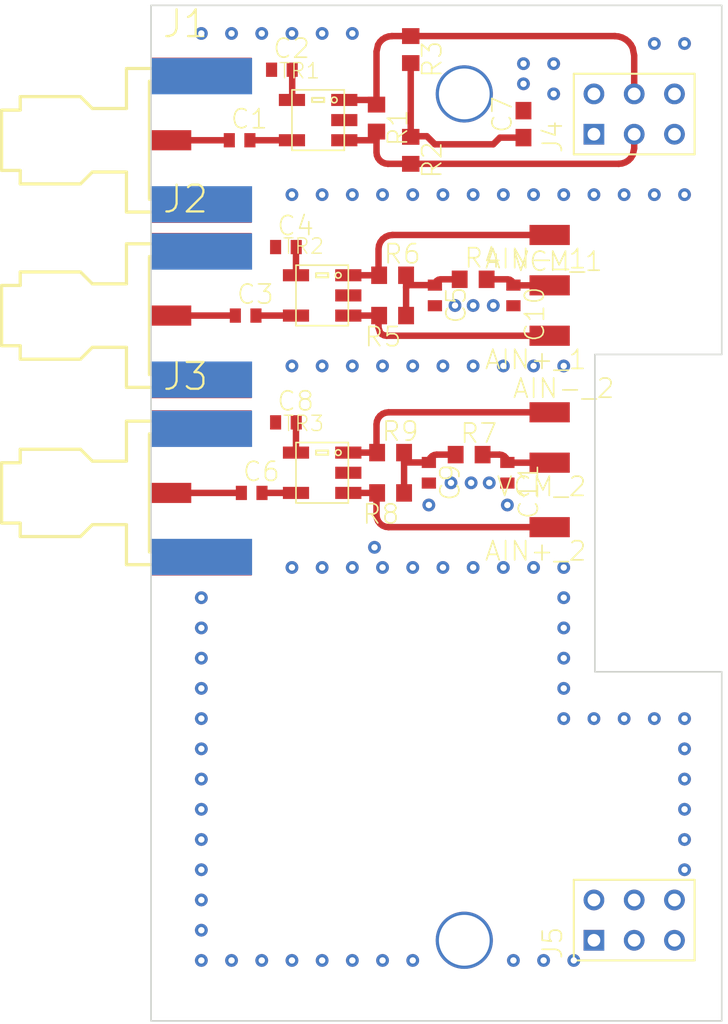
<source format=kicad_pcb>
(kicad_pcb (version 20240108) (generator "pcbnew") (generator_version "8.0")
  (layers (0 "F.Cu" signal "Top") (31 "B.Cu" signal "Bottom") (34 "B.Paste" user) (35 "F.Paste" user) (36 "B.SilkS" user "B.Silkscreen") (37 "F.SilkS" user "F.Silkscreen") (38 "B.Mask" user) (39 "F.Mask" user) (44 "Edge.Cuts" user))
  (net 0 "")
  (net 1 "GND")
  (net 2 "Net-(C1-Pad2)")
  (net 3 "Net-(C1-Pad1)")
  (net 4 "Net-(C2-Pad2)")
  (net 5 "Net-(J4-PadP$3)")
  (net 6 "Net-(J4-PadP$4)")
  (net 7 "Net-(C7-Pad1)")
  (net 8 "Net-(C3-Pad2)")
  (net 9 "Net-(C3-Pad1)")
  (net 10 "Net-(C4-Pad2)")
  (net 11 "Net-(C10-Pad1)")
  (net 12 "Net-(C5-Pad1)")
  (net 13 "Net-(AIN+_1-Pad1)")
  (net 14 "Net-(AIN-_1-Pad1)")
  (net 15 "Net-(C6-Pad2)")
  (net 16 "Net-(C6-Pad1)")
  (net 17 "Net-(C8-Pad2)")
  (net 18 "Net-(C11-Pad1)")
  (net 19 "Net-(C9-Pad1)")
  (net 20 "Net-(AIN+_2-Pad1)")
  (net 21 "Net-(AIN-_2-Pad1)")
  (net 22 "Net-(J4-PadP$6)")
  (net 23 "Net-(J4-PadP$5)")
  (net 24 "Net-(J5-PadP$6)")
  (net 25 "Net-(J5-PadP$5)")
  (net 26 "Net-(J5-PadP$4)")
  (net 27 "Net-(J5-PadP$3)")
  (footprint "extension_clk_adc:C0402" (layer "F.Cu") (at 136.0891 81.5046)
    (property "Reference" "C1" (at -0.635 -0.635 0) (layer "F.SilkS") (effects (font (size 1.2065 1.2065) (thickness 0.1016)) (justify left bottom)))
    (property "Value" "100nF")
    (pad "1" smd rect (at -0.65 0) (size 0.7 0.9) (layers "F.Cu" "F.Paste" "F.Mask") (net 3 "Net-(C1-Pad1)"))
    (pad "2" smd rect (at 0.65 0) (size 0.7 0.9) (layers "F.Cu" "F.Paste" "F.Mask") (net 2 "Net-(C1-Pad2)"))
  )
  (footprint "extension_clk_adc:C0402" (layer "F.Cu") (at 153.3611 91.2836 -90)
    (property "Reference" "C10" (at -0.635 -0.635 -90) (layer "F.SilkS") (effects (font (size 1.2065 1.2065) (thickness 0.1016)) (justify right top)))
    (property "Value" "100nF")
    (pad "1" smd rect (at -0.65 0 270) (size 0.7 0.9) (layers "F.Cu" "F.Paste" "F.Mask") (net 11 "Net-(C10-Pad1)"))
    (pad "2" smd rect (at 0.65 0 270) (size 0.7 0.9) (layers "F.Cu" "F.Paste" "F.Mask") (net 1 "GND"))
  )
  (footprint "extension_clk_adc:C0402" (layer "F.Cu") (at 152.9801 102.4596 -90)
    (property "Reference" "C11" (at -0.635 -0.635 -90) (layer "F.SilkS") (effects (font (size 1.2065 1.2065) (thickness 0.1016)) (justify right top)))
    (property "Value" "100nF")
    (pad "1" smd rect (at -0.65 0 270) (size 0.7 0.9) (layers "F.Cu" "F.Paste" "F.Mask") (net 18 "Net-(C11-Pad1)"))
    (pad "2" smd rect (at 0.65 0 270) (size 0.7 0.9) (layers "F.Cu" "F.Paste" "F.Mask") (net 1 "GND"))
  )
  (footprint "extension_clk_adc:C0402" (layer "F.Cu") (at 138.7561 77.0596)
    (property "Reference" "C2" (at -0.635 -0.635 0) (layer "F.SilkS") (effects (font (size 1.2065 1.2065) (thickness 0.1016)) (justify left bottom)))
    (property "Value" "100nF")
    (pad "1" smd rect (at -0.65 0) (size 0.7 0.9) (layers "F.Cu" "F.Paste" "F.Mask") (net 1 "GND"))
    (pad "2" smd rect (at 0.65 0) (size 0.7 0.9) (layers "F.Cu" "F.Paste" "F.Mask") (net 4 "Net-(C2-Pad2)"))
  )
  (footprint "extension_clk_adc:C0402" (layer "F.Cu") (at 136.4701 92.5536)
    (property "Reference" "C3" (at -0.635 -0.635 0) (layer "F.SilkS") (effects (font (size 1.2065 1.2065) (thickness 0.1016)) (justify left bottom)))
    (property "Value" "100nF")
    (pad "1" smd rect (at -0.65 0) (size 0.7 0.9) (layers "F.Cu" "F.Paste" "F.Mask") (net 9 "Net-(C3-Pad1)"))
    (pad "2" smd rect (at 0.65 0) (size 0.7 0.9) (layers "F.Cu" "F.Paste" "F.Mask") (net 8 "Net-(C3-Pad2)"))
  )
  (footprint "extension_clk_adc:C0402" (layer "F.Cu") (at 139.0101 88.2356)
    (property "Reference" "C4" (at -0.635 -0.635 0) (layer "F.SilkS") (effects (font (size 1.2065 1.2065) (thickness 0.1016)) (justify left bottom)))
    (property "Value" "100nF")
    (pad "1" smd rect (at -0.65 0) (size 0.7 0.9) (layers "F.Cu" "F.Paste" "F.Mask") (net 1 "GND"))
    (pad "2" smd rect (at 0.65 0) (size 0.7 0.9) (layers "F.Cu" "F.Paste" "F.Mask") (net 10 "Net-(C4-Pad2)"))
  )
  (footprint "extension_clk_adc:C0402" (layer "F.Cu") (at 148.4081 91.2836 -90)
    (property "Reference" "C5" (at -0.635 -0.635 -90) (layer "F.SilkS") (effects (font (size 1.2065 1.2065) (thickness 0.1016)) (justify right top)))
    (property "Value" "100nF")
    (pad "1" smd rect (at -0.65 0 270) (size 0.7 0.9) (layers "F.Cu" "F.Paste" "F.Mask") (net 12 "Net-(C5-Pad1)"))
    (pad "2" smd rect (at 0.65 0 270) (size 0.7 0.9) (layers "F.Cu" "F.Paste" "F.Mask") (net 1 "GND"))
  )
  (footprint "extension_clk_adc:C0402" (layer "F.Cu") (at 136.8511 103.7296)
    (property "Reference" "C6" (at -0.635 -0.635 0) (layer "F.SilkS") (effects (font (size 1.2065 1.2065) (thickness 0.1016)) (justify left bottom)))
    (property "Value" "100nF")
    (pad "1" smd rect (at -0.65 0) (size 0.7 0.9) (layers "F.Cu" "F.Paste" "F.Mask") (net 16 "Net-(C6-Pad1)"))
    (pad "2" smd rect (at 0.65 0) (size 0.7 0.9) (layers "F.Cu" "F.Paste" "F.Mask") (net 15 "Net-(C6-Pad2)"))
  )
  (footprint "extension_clk_adc:C0603" (layer "F.Cu") (at 153.9961 80.4886 90)
    (property "Reference" "C7" (at -0.635 -0.635 90) (layer "F.SilkS") (effects (font (size 1.2065 1.2065) (thickness 0.1016)) (justify left bottom)))
    (property "Value" "100nF")
    (pad "1" smd rect (at -0.85 0 90) (size 1.1 1) (layers "F.Cu" "F.Paste" "F.Mask") (net 7 "Net-(C7-Pad1)"))
    (pad "2" smd rect (at 0.85 0 90) (size 1.1 1) (layers "F.Cu" "F.Paste" "F.Mask") (net 1 "GND"))
  )
  (footprint "extension_clk_adc:C0402" (layer "F.Cu") (at 139.0101 99.2846)
    (property "Reference" "C8" (at -0.635 -0.635 0) (layer "F.SilkS") (effects (font (size 1.2065 1.2065) (thickness 0.1016)) (justify left bottom)))
    (property "Value" "100nF")
    (pad "1" smd rect (at -0.65 0) (size 0.7 0.9) (layers "F.Cu" "F.Paste" "F.Mask") (net 1 "GND"))
    (pad "2" smd rect (at 0.65 0) (size 0.7 0.9) (layers "F.Cu" "F.Paste" "F.Mask") (net 17 "Net-(C8-Pad2)"))
  )
  (footprint "extension_clk_adc:C0402" (layer "F.Cu") (at 148.0271 102.4596 -90)
    (property "Reference" "C9" (at -0.635 -0.635 -90) (layer "F.SilkS") (effects (font (size 1.2065 1.2065) (thickness 0.1016)) (justify right top)))
    (property "Value" "100nF")
    (pad "1" smd rect (at -0.65 0 270) (size 0.7 0.9) (layers "F.Cu" "F.Paste" "F.Mask") (net 19 "Net-(C9-Pad1)"))
    (pad "2" smd rect (at 0.65 0 270) (size 0.7 0.9) (layers "F.Cu" "F.Paste" "F.Mask") (net 1 "GND"))
  )
  (footprint "extension_clk_adc:SMA_BORD" (layer "F.Cu") (at 130.5011 81.5046)
    (property "Reference" "J1" (at 0.635 -6.35 0) (layer "F.SilkS") (effects (font (size 1.6891 1.6891) (thickness 0.14224)) (justify left bottom)))
    (property "Value" "SMA_BORD")
    (fp_line (start -9.425 -1.9) (end -8.25 -1.9) (stroke (width 0.2032)) (layer "F.SilkS"))
    (fp_line (start -9.425 1.9) (end -9.425 -1.9) (stroke (width 0.2032)) (layer "F.SilkS"))
    (fp_line (start -8.25 -2.75) (end -4.45 -2.75) (stroke (width 0.2032)) (layer "F.SilkS"))
    (fp_line (start -8.25 -1.9) (end -8.25 -2.75) (stroke (width 0.2032)) (layer "F.SilkS"))
    (fp_line (start -8.25 1.9) (end -9.425 1.9) (stroke (width 0.2032)) (layer "F.SilkS"))
    (fp_line (start -8.25 2.75) (end -8.25 1.9) (stroke (width 0.2032)) (layer "F.SilkS"))
    (fp_line (start -4.45 -2.75) (end -3.7 -2) (stroke (width 0.2032)) (layer "F.SilkS"))
    (fp_line (start -4.45 2.75) (end -8.25 2.75) (stroke (width 0.2032)) (layer "F.SilkS"))
    (fp_line (start -3.7 -2) (end -1.55 -2) (stroke (width 0.2032)) (layer "F.SilkS"))
    (fp_line (start -3.7 2) (end -4.45 2.75) (stroke (width 0.2032)) (layer "F.SilkS"))
    (fp_line (start -1.55 -4.523) (end -0.1 -4.523) (stroke (width 0.2032)) (layer "F.SilkS"))
    (fp_line (start -1.55 -2) (end -1.55 -4.523) (stroke (width 0.2032)) (layer "F.SilkS"))
    (fp_line (start -1.55 2) (end -3.7 2) (stroke (width 0.2032)) (layer "F.SilkS"))
    (fp_line (start -1.55 4.523) (end -1.55 2) (stroke (width 0.2032)) (layer "F.SilkS"))
    (fp_line (start -0.1 3.723) (end -0.1 -3.723) (stroke (width 0.2032)) (layer "F.SilkS"))
    (fp_line (start -0.1 4.523) (end -1.55 4.523) (stroke (width 0.2032)) (layer "F.SilkS"))
    (fp_line (start 0 -5.588) (end 0 5.588) (stroke (width 0.05)) (layer "Edge.Cuts"))
    (pad "1" smd rect (at 1.27 0) (size 2.54 1.27) (layers "F.Cu" "F.Paste" "F.Mask") (net 3 "Net-(C1-Pad1)"))
    (pad "G@1" smd rect (at 3.175 -4.064) (size 6.35 2.286) (layers "F.Cu" "F.Paste" "F.Mask") (net 1 "GND"))
    (pad "G@2" smd rect (at 3.175 4.064) (size 6.35 2.286) (layers "F.Cu" "F.Paste" "F.Mask") (net 1 "GND"))
    (pad "G@3" smd rect (at 3.2004 -4.0386) (size 6.35 2.286) (layers "B.Cu" "B.Paste" "B.Mask") (net 1 "GND"))
    (pad "G@4" smd rect (at 3.2004 4.0386) (size 6.35 2.286) (layers "B.Cu" "B.Paste" "B.Mask") (net 1 "GND"))
  )
  (footprint "extension_clk_adc:SMA_BORD" (layer "F.Cu") (at 130.5011 92.5536)
    (property "Reference" "J2" (at 0.635 -6.35 0) (layer "F.SilkS") (effects (font (size 1.6891 1.6891) (thickness 0.14224)) (justify left bottom)))
    (property "Value" "SMA_BORD")
    (fp_line (start -9.425 -1.9) (end -8.25 -1.9) (stroke (width 0.2032)) (layer "F.SilkS"))
    (fp_line (start -9.425 1.9) (end -9.425 -1.9) (stroke (width 0.2032)) (layer "F.SilkS"))
    (fp_line (start -8.25 -2.75) (end -4.45 -2.75) (stroke (width 0.2032)) (layer "F.SilkS"))
    (fp_line (start -8.25 -1.9) (end -8.25 -2.75) (stroke (width 0.2032)) (layer "F.SilkS"))
    (fp_line (start -8.25 1.9) (end -9.425 1.9) (stroke (width 0.2032)) (layer "F.SilkS"))
    (fp_line (start -8.25 2.75) (end -8.25 1.9) (stroke (width 0.2032)) (layer "F.SilkS"))
    (fp_line (start -4.45 -2.75) (end -3.7 -2) (stroke (width 0.2032)) (layer "F.SilkS"))
    (fp_line (start -4.45 2.75) (end -8.25 2.75) (stroke (width 0.2032)) (layer "F.SilkS"))
    (fp_line (start -3.7 -2) (end -1.55 -2) (stroke (width 0.2032)) (layer "F.SilkS"))
    (fp_line (start -3.7 2) (end -4.45 2.75) (stroke (width 0.2032)) (layer "F.SilkS"))
    (fp_line (start -1.55 -4.523) (end -0.1 -4.523) (stroke (width 0.2032)) (layer "F.SilkS"))
    (fp_line (start -1.55 -2) (end -1.55 -4.523) (stroke (width 0.2032)) (layer "F.SilkS"))
    (fp_line (start -1.55 2) (end -3.7 2) (stroke (width 0.2032)) (layer "F.SilkS"))
    (fp_line (start -1.55 4.523) (end -1.55 2) (stroke (width 0.2032)) (layer "F.SilkS"))
    (fp_line (start -0.1 3.723) (end -0.1 -3.723) (stroke (width 0.2032)) (layer "F.SilkS"))
    (fp_line (start -0.1 4.523) (end -1.55 4.523) (stroke (width 0.2032)) (layer "F.SilkS"))
    (fp_line (start 0 -5.588) (end 0 5.588) (stroke (width 0.05)) (layer "Edge.Cuts"))
    (pad "1" smd rect (at 1.27 0) (size 2.54 1.27) (layers "F.Cu" "F.Paste" "F.Mask") (net 9 "Net-(C3-Pad1)"))
    (pad "G@1" smd rect (at 3.175 -4.064) (size 6.35 2.286) (layers "F.Cu" "F.Paste" "F.Mask") (net 1 "GND"))
    (pad "G@2" smd rect (at 3.175 4.064) (size 6.35 2.286) (layers "F.Cu" "F.Paste" "F.Mask") (net 1 "GND"))
    (pad "G@3" smd rect (at 3.2004 -4.0386) (size 6.35 2.286) (layers "B.Cu" "B.Paste" "B.Mask") (net 1 "GND"))
    (pad "G@4" smd rect (at 3.2004 4.0386) (size 6.35 2.286) (layers "B.Cu" "B.Paste" "B.Mask") (net 1 "GND"))
  )
  (footprint "extension_clk_adc:SMA_BORD" (layer "F.Cu") (at 130.5011 103.7296)
    (property "Reference" "J3" (at 0.635 -6.35 0) (layer "F.SilkS") (effects (font (size 1.6891 1.6891) (thickness 0.14224)) (justify left bottom)))
    (property "Value" "SMA_BORD")
    (fp_line (start -9.425 -1.9) (end -8.25 -1.9) (stroke (width 0.2032)) (layer "F.SilkS"))
    (fp_line (start -9.425 1.9) (end -9.425 -1.9) (stroke (width 0.2032)) (layer "F.SilkS"))
    (fp_line (start -8.25 -2.75) (end -4.45 -2.75) (stroke (width 0.2032)) (layer "F.SilkS"))
    (fp_line (start -8.25 -1.9) (end -8.25 -2.75) (stroke (width 0.2032)) (layer "F.SilkS"))
    (fp_line (start -8.25 1.9) (end -9.425 1.9) (stroke (width 0.2032)) (layer "F.SilkS"))
    (fp_line (start -8.25 2.75) (end -8.25 1.9) (stroke (width 0.2032)) (layer "F.SilkS"))
    (fp_line (start -4.45 -2.75) (end -3.7 -2) (stroke (width 0.2032)) (layer "F.SilkS"))
    (fp_line (start -4.45 2.75) (end -8.25 2.75) (stroke (width 0.2032)) (layer "F.SilkS"))
    (fp_line (start -3.7 -2) (end -1.55 -2) (stroke (width 0.2032)) (layer "F.SilkS"))
    (fp_line (start -3.7 2) (end -4.45 2.75) (stroke (width 0.2032)) (layer "F.SilkS"))
    (fp_line (start -1.55 -4.523) (end -0.1 -4.523) (stroke (width 0.2032)) (layer "F.SilkS"))
    (fp_line (start -1.55 -2) (end -1.55 -4.523) (stroke (width 0.2032)) (layer "F.SilkS"))
    (fp_line (start -1.55 2) (end -3.7 2) (stroke (width 0.2032)) (layer "F.SilkS"))
    (fp_line (start -1.55 4.523) (end -1.55 2) (stroke (width 0.2032)) (layer "F.SilkS"))
    (fp_line (start -0.1 3.723) (end -0.1 -3.723) (stroke (width 0.2032)) (layer "F.SilkS"))
    (fp_line (start -0.1 4.523) (end -1.55 4.523) (stroke (width 0.2032)) (layer "F.SilkS"))
    (fp_line (start 0 -5.588) (end 0 5.588) (stroke (width 0.05)) (layer "Edge.Cuts"))
    (pad "1" smd rect (at 1.27 0) (size 2.54 1.27) (layers "F.Cu" "F.Paste" "F.Mask") (net 16 "Net-(C6-Pad1)"))
    (pad "G@1" smd rect (at 3.175 -4.064) (size 6.35 2.286) (layers "F.Cu" "F.Paste" "F.Mask") (net 1 "GND"))
    (pad "G@2" smd rect (at 3.175 4.064) (size 6.35 2.286) (layers "F.Cu" "F.Paste" "F.Mask") (net 1 "GND"))
    (pad "G@3" smd rect (at 3.2004 -4.0386) (size 6.35 2.286) (layers "B.Cu" "B.Paste" "B.Mask") (net 1 "GND"))
    (pad "G@4" smd rect (at 3.2004 4.0386) (size 6.35 2.286) (layers "B.Cu" "B.Paste" "B.Mask") (net 1 "GND"))
  )
  (footprint "extension_clk_adc:DBL6" (layer "F.Cu") (at 160.9811 79.8536 90)
    (property "Reference" "J4" (at -2.54 -4.445 90) (layer "F.SilkS") (effects (font (size 1.2065 1.2065) (thickness 0.1016)) (justify left bottom)))
    (property "Value" "DBL_6" (hide yes))
    (fp_line (start 2.54 -3.81) (end 2.54 3.81) (stroke (width 0.127)) (layer "F.SilkS"))
    (fp_line (start -2.54 -3.81) (end 2.54 -3.81) (stroke (width 0.127)) (layer "F.SilkS"))
    (fp_line (start 2.54 3.81) (end -2.54 3.81) (stroke (width 0.127)) (layer "F.SilkS"))
    (fp_line (start -2.54 3.81) (end -2.54 -3.81) (stroke (width 0.127)) (layer "F.SilkS"))
    (pad "P$1" thru_hole rect (at -1.27 -2.54 90) (size 1.308 1.308) (drill 0.8) (layers "*.Cu" "*.Mask") (net 1 "GND"))
    (pad "P$2" thru_hole circle (at 1.27 -2.54 90) (size 1.308 1.308) (drill 0.8) (layers "*.Cu" "*.Mask") (net 1 "GND"))
    (pad "P$3" thru_hole circle (at -1.27 0 90) (size 1.308 1.308) (drill 0.8) (layers "*.Cu" "*.Mask") (net 5 "Net-(J4-PadP$3)"))
    (pad "P$4" thru_hole circle (at 1.27 0 90) (size 1.308 1.308) (drill 0.8) (layers "*.Cu" "*.Mask") (net 6 "Net-(J4-PadP$4)"))
    (pad "P$5" thru_hole circle (at -1.27 2.54 90) (size 1.308 1.308) (drill 0.8) (layers "*.Cu" "*.Mask") (net 23 "Net-(J4-PadP$5)"))
    (pad "P$6" thru_hole circle (at 1.27 2.54 90) (size 1.308 1.308) (drill 0.8) (layers "*.Cu" "*.Mask") (net 22 "Net-(J4-PadP$6)"))
  )
  (footprint "extension_clk_adc:DBL6" (layer "F.Cu") (at 160.9811 130.6536 90)
    (property "Reference" "J5" (at -2.54 -4.445 90) (layer "F.SilkS") (effects (font (size 1.2065 1.2065) (thickness 0.1016)) (justify left bottom)))
    (property "Value" "DBL_6" (hide yes))
    (fp_line (start 2.54 -3.81) (end 2.54 3.81) (stroke (width 0.127)) (layer "F.SilkS"))
    (fp_line (start -2.54 -3.81) (end 2.54 -3.81) (stroke (width 0.127)) (layer "F.SilkS"))
    (fp_line (start 2.54 3.81) (end -2.54 3.81) (stroke (width 0.127)) (layer "F.SilkS"))
    (fp_line (start -2.54 3.81) (end -2.54 -3.81) (stroke (width 0.127)) (layer "F.SilkS"))
    (pad "P$1" thru_hole rect (at -1.27 -2.54 90) (size 1.308 1.308) (drill 0.8) (layers "*.Cu" "*.Mask") (net 1 "GND"))
    (pad "P$2" thru_hole circle (at 1.27 -2.54 90) (size 1.308 1.308) (drill 0.8) (layers "*.Cu" "*.Mask") (net 1 "GND"))
    (pad "P$3" thru_hole circle (at -1.27 0 90) (size 1.308 1.308) (drill 0.8) (layers "*.Cu" "*.Mask") (net 27 "Net-(J5-PadP$3)"))
    (pad "P$4" thru_hole circle (at 1.27 0 90) (size 1.308 1.308) (drill 0.8) (layers "*.Cu" "*.Mask") (net 26 "Net-(J5-PadP$4)"))
    (pad "P$5" thru_hole circle (at -1.27 2.54 90) (size 1.308 1.308) (drill 0.8) (layers "*.Cu" "*.Mask") (net 25 "Net-(J5-PadP$5)"))
    (pad "P$6" thru_hole circle (at 1.27 2.54 90) (size 1.308 1.308) (drill 0.8) (layers "*.Cu" "*.Mask") (net 24 "Net-(J5-PadP$6)"))
  )
  (footprint "extension_clk_adc:R0603" (layer "F.Cu") (at 144.7251 80.1076 -90)
    (property "Reference" "R1" (at -0.635 -0.635 -90) (layer "F.SilkS") (effects (font (size 1.2065 1.2065) (thickness 0.1016)) (justify right top)))
    (property "Value" "100")
    (pad "1" smd rect (at -0.85 0 270) (size 1 1.1) (layers "F.Cu" "F.Paste" "F.Mask") (net 6 "Net-(J4-PadP$4)"))
    (pad "2" smd rect (at 0.85 0 270) (size 1 1.1) (layers "F.Cu" "F.Paste" "F.Mask") (net 5 "Net-(J4-PadP$3)"))
  )
  (footprint "extension_clk_adc:R0603" (layer "F.Cu") (at 146.8841 82.1396 -90)
    (property "Reference" "R2" (at -0.635 -0.635 -90) (layer "F.SilkS") (effects (font (size 1.2065 1.2065) (thickness 0.1016)) (justify right top)))
    (property "Value" "50")
    (pad "1" smd rect (at -0.85 0 270) (size 1 1.1) (layers "F.Cu" "F.Paste" "F.Mask") (net 7 "Net-(C7-Pad1)"))
    (pad "2" smd rect (at 0.85 0 270) (size 1 1.1) (layers "F.Cu" "F.Paste" "F.Mask") (net 5 "Net-(J4-PadP$3)"))
  )
  (footprint "extension_clk_adc:R0603" (layer "F.Cu") (at 146.8841 75.7896 -90)
    (property "Reference" "R3" (at -0.635 -0.635 -90) (layer "F.SilkS") (effects (font (size 1.2065 1.2065) (thickness 0.1016)) (justify right top)))
    (property "Value" "50")
    (pad "1" smd rect (at -0.85 0 270) (size 1 1.1) (layers "F.Cu" "F.Paste" "F.Mask") (net 6 "Net-(J4-PadP$4)"))
    (pad "2" smd rect (at 0.85 0 270) (size 1 1.1) (layers "F.Cu" "F.Paste" "F.Mask") (net 7 "Net-(C7-Pad1)"))
  )
  (footprint "extension_clk_adc:R0603" (layer "F.Cu") (at 150.8211 90.2676)
    (property "Reference" "R4" (at -0.635 -0.635 0) (layer "F.SilkS") (effects (font (size 1.2065 1.2065) (thickness 0.1016)) (justify left bottom)))
    (property "Value" "R-US_R0603")
    (pad "1" smd rect (at -0.85 0) (size 1 1.1) (layers "F.Cu" "F.Paste" "F.Mask") (net 12 "Net-(C5-Pad1)"))
    (pad "2" smd rect (at 0.85 0) (size 1 1.1) (layers "F.Cu" "F.Paste" "F.Mask") (net 11 "Net-(C10-Pad1)"))
  )
  (footprint "extension_clk_adc:R0603" (layer "F.Cu") (at 145.7411 92.5536 180)
    (property "Reference" "R5" (at -0.635 -0.635 180) (layer "F.SilkS") (effects (font (size 1.2065 1.2065) (thickness 0.1016)) (justify right top)))
    (property "Value" "25")
    (pad "1" smd rect (at -0.85 0 180) (size 1 1.1) (layers "F.Cu" "F.Paste" "F.Mask") (net 12 "Net-(C5-Pad1)"))
    (pad "2" smd rect (at 0.85 0 180) (size 1 1.1) (layers "F.Cu" "F.Paste" "F.Mask") (net 13 "Net-(AIN+_1-Pad1)"))
  )
  (footprint "extension_clk_adc:R0603" (layer "F.Cu") (at 145.7411 90.0136)
    (property "Reference" "R6" (at -0.635 -0.635 0) (layer "F.SilkS") (effects (font (size 1.2065 1.2065) (thickness 0.1016)) (justify left bottom)))
    (property "Value" "25")
    (pad "1" smd rect (at -0.85 0) (size 1 1.1) (layers "F.Cu" "F.Paste" "F.Mask") (net 14 "Net-(AIN-_1-Pad1)"))
    (pad "2" smd rect (at 0.85 0) (size 1 1.1) (layers "F.Cu" "F.Paste" "F.Mask") (net 12 "Net-(C5-Pad1)"))
  )
  (footprint "extension_clk_adc:R0603" (layer "F.Cu") (at 150.5671 101.3166)
    (property "Reference" "R7" (at -0.635 -0.635 0) (layer "F.SilkS") (effects (font (size 1.2065 1.2065) (thickness 0.1016)) (justify left bottom)))
    (property "Value" "R-US_R0603")
    (pad "1" smd rect (at -0.85 0) (size 1 1.1) (layers "F.Cu" "F.Paste" "F.Mask") (net 19 "Net-(C9-Pad1)"))
    (pad "2" smd rect (at 0.85 0) (size 1 1.1) (layers "F.Cu" "F.Paste" "F.Mask") (net 18 "Net-(C11-Pad1)"))
  )
  (footprint "extension_clk_adc:R0603" (layer "F.Cu") (at 145.6141 103.7296 180)
    (property "Reference" "R8" (at -0.635 -0.635 180) (layer "F.SilkS") (effects (font (size 1.2065 1.2065) (thickness 0.1016)) (justify right top)))
    (property "Value" "25")
    (pad "1" smd rect (at -0.85 0 180) (size 1 1.1) (layers "F.Cu" "F.Paste" "F.Mask") (net 19 "Net-(C9-Pad1)"))
    (pad "2" smd rect (at 0.85 0 180) (size 1 1.1) (layers "F.Cu" "F.Paste" "F.Mask") (net 20 "Net-(AIN+_2-Pad1)"))
  )
  (footprint "extension_clk_adc:R0603" (layer "F.Cu") (at 145.6141 101.1896)
    (property "Reference" "R9" (at -0.635 -0.635 0) (layer "F.SilkS") (effects (font (size 1.2065 1.2065) (thickness 0.1016)) (justify left bottom)))
    (property "Value" "25")
    (pad "1" smd rect (at -0.85 0) (size 1 1.1) (layers "F.Cu" "F.Paste" "F.Mask") (net 21 "Net-(AIN-_2-Pad1)"))
    (pad "2" smd rect (at 0.85 0) (size 1 1.1) (layers "F.Cu" "F.Paste" "F.Mask") (net 19 "Net-(C9-Pad1)"))
  )
  (footprint "extension_clk_adc:AT224-1A" (layer "F.Cu") (at 141.0421 80.2346 -90)
    (property "Reference" "TR1" (at -2.54 2.54 0) (layer "F.SilkS") (effects (font (size 0.9652 0.9652) (thickness 0.08128)) (justify left bottom)))
    (property "Value" "TC1-1-13M" (hide yes))
    (fp_line (start -1.905 1.651) (end -1.905 -1.651) (stroke (width 0.1016)) (layer "F.SilkS"))
    (fp_line (start 1.905 1.651) (end -1.905 1.651) (stroke (width 0.1016)) (layer "F.SilkS"))
    (fp_line (start -1.397 0.381) (end -1.143 0.381) (stroke (width 0.127)) (layer "F.SilkS"))
    (fp_line (start -1.143 0.381) (end -1.143 -0.381) (stroke (width 0.127)) (layer "F.SilkS"))
    (fp_line (start -1.397 -0.381) (end -1.397 0.381) (stroke (width 0.127)) (layer "F.SilkS"))
    (fp_line (start -1.143 -0.381) (end -1.397 -0.381) (stroke (width 0.127)) (layer "F.SilkS"))
    (fp_line (start -1.905 -1.651) (end 1.905 -1.651) (stroke (width 0.1016)) (layer "F.SilkS"))
    (fp_line (start 1.905 -1.651) (end 1.905 1.651) (stroke (width 0.1016)) (layer "F.SilkS"))
    (fp_circle (center -1.27 -1.016) (end -1.090397 -1.016) (stroke (width 0.1016)) (fill none) (layer "F.SilkS"))
    (pad "P$1" smd rect (at -1.27 -1.651) (size 1.651 0.762) (layers "F.Cu" "F.Paste" "F.Mask") (net 6 "Net-(J4-PadP$4)"))
    (pad "P$2" smd rect (at 0 -1.651) (size 1.651 0.762) (layers "F.Cu" "F.Paste" "F.Mask"))
    (pad "P$3" smd rect (at 1.27 -1.651) (size 1.651 0.762) (layers "F.Cu" "F.Paste" "F.Mask") (net 5 "Net-(J4-PadP$3)"))
    (pad "P$4" smd rect (at 1.27 1.651) (size 1.651 0.762) (layers "F.Cu" "F.Paste" "F.Mask") (net 2 "Net-(C1-Pad2)"))
    (pad "P$6" smd rect (at -1.27 1.651) (size 1.651 0.762) (layers "F.Cu" "F.Paste" "F.Mask") (net 4 "Net-(C2-Pad2)"))
  )
  (footprint "extension_clk_adc:AT224-1A" (layer "F.Cu") (at 141.2961 91.2836 -90)
    (property "Reference" "TR2" (at -2.54 2.54 0) (layer "F.SilkS") (effects (font (size 0.9652 0.9652) (thickness 0.08128)) (justify left bottom)))
    (property "Value" "TC1-1-13M" (hide yes))
    (fp_line (start -1.905 1.651) (end -1.905 -1.651) (stroke (width 0.1016)) (layer "F.SilkS"))
    (fp_line (start 1.905 1.651) (end -1.905 1.651) (stroke (width 0.1016)) (layer "F.SilkS"))
    (fp_line (start -1.397 0.381) (end -1.143 0.381) (stroke (width 0.127)) (layer "F.SilkS"))
    (fp_line (start -1.143 0.381) (end -1.143 -0.381) (stroke (width 0.127)) (layer "F.SilkS"))
    (fp_line (start -1.397 -0.381) (end -1.397 0.381) (stroke (width 0.127)) (layer "F.SilkS"))
    (fp_line (start -1.143 -0.381) (end -1.397 -0.381) (stroke (width 0.127)) (layer "F.SilkS"))
    (fp_line (start -1.905 -1.651) (end 1.905 -1.651) (stroke (width 0.1016)) (layer "F.SilkS"))
    (fp_line (start 1.905 -1.651) (end 1.905 1.651) (stroke (width 0.1016)) (layer "F.SilkS"))
    (fp_circle (center -1.27 -1.016) (end -1.090397 -1.016) (stroke (width 0.1016)) (fill none) (layer "F.SilkS"))
    (pad "P$1" smd rect (at -1.27 -1.651) (size 1.651 0.762) (layers "F.Cu" "F.Paste" "F.Mask") (net 14 "Net-(AIN-_1-Pad1)"))
    (pad "P$2" smd rect (at 0 -1.651) (size 1.651 0.762) (layers "F.Cu" "F.Paste" "F.Mask"))
    (pad "P$3" smd rect (at 1.27 -1.651) (size 1.651 0.762) (layers "F.Cu" "F.Paste" "F.Mask") (net 13 "Net-(AIN+_1-Pad1)"))
    (pad "P$4" smd rect (at 1.27 1.651) (size 1.651 0.762) (layers "F.Cu" "F.Paste" "F.Mask") (net 8 "Net-(C3-Pad2)"))
    (pad "P$6" smd rect (at -1.27 1.651) (size 1.651 0.762) (layers "F.Cu" "F.Paste" "F.Mask") (net 10 "Net-(C4-Pad2)"))
  )
  (footprint "extension_clk_adc:AT224-1A" (layer "F.Cu") (at 141.2961 102.4596 -90)
    (property "Reference" "TR3" (at -2.54 2.54 0) (layer "F.SilkS") (effects (font (size 0.9652 0.9652) (thickness 0.08128)) (justify left bottom)))
    (property "Value" "TC1-1-13M" (hide yes))
    (fp_line (start -1.905 1.651) (end -1.905 -1.651) (stroke (width 0.1016)) (layer "F.SilkS"))
    (fp_line (start 1.905 1.651) (end -1.905 1.651) (stroke (width 0.1016)) (layer "F.SilkS"))
    (fp_line (start -1.397 0.381) (end -1.143 0.381) (stroke (width 0.127)) (layer "F.SilkS"))
    (fp_line (start -1.143 0.381) (end -1.143 -0.381) (stroke (width 0.127)) (layer "F.SilkS"))
    (fp_line (start -1.397 -0.381) (end -1.397 0.381) (stroke (width 0.127)) (layer "F.SilkS"))
    (fp_line (start -1.143 -0.381) (end -1.397 -0.381) (stroke (width 0.127)) (layer "F.SilkS"))
    (fp_line (start -1.905 -1.651) (end 1.905 -1.651) (stroke (width 0.1016)) (layer "F.SilkS"))
    (fp_line (start 1.905 -1.651) (end 1.905 1.651) (stroke (width 0.1016)) (layer "F.SilkS"))
    (fp_circle (center -1.27 -1.016) (end -1.090397 -1.016) (stroke (width 0.1016)) (fill none) (layer "F.SilkS"))
    (pad "P$1" smd rect (at -1.27 -1.651) (size 1.651 0.762) (layers "F.Cu" "F.Paste" "F.Mask") (net 21 "Net-(AIN-_2-Pad1)"))
    (pad "P$2" smd rect (at 0 -1.651) (size 1.651 0.762) (layers "F.Cu" "F.Paste" "F.Mask"))
    (pad "P$3" smd rect (at 1.27 -1.651) (size 1.651 0.762) (layers "F.Cu" "F.Paste" "F.Mask") (net 20 "Net-(AIN+_2-Pad1)"))
    (pad "P$4" smd rect (at 1.27 1.651) (size 1.651 0.762) (layers "F.Cu" "F.Paste" "F.Mask") (net 15 "Net-(C6-Pad2)"))
    (pad "P$6" smd rect (at -1.27 1.651) (size 1.651 0.762) (layers "F.Cu" "F.Paste" "F.Mask") (net 17 "Net-(C8-Pad2)"))
  )
  (footprint "extension_clk_adc:SMD1,27-2,54" (layer "F.Cu") (at 155.6471 93.8236 90)
    (property "Reference" "AIN+_1" (at -0.8 2.4 180) (layer "F.SilkS") (effects (font (size 1.2065 1.2065) (thickness 0.1016)) (justify right top)))
    (property "Value" "SMD2")
    (pad "1" smd rect (at 0 0 90) (size 1.27 2.54) (layers "F.Cu" "F.Paste" "F.Mask") (net 13 "Net-(AIN+_1-Pad1)"))
  )
  (footprint "extension_clk_adc:SMD1,27-2,54" (layer "F.Cu") (at 155.6471 105.8886 90)
    (property "Reference" "AIN+_2" (at -0.8 2.4 180) (layer "F.SilkS") (effects (font (size 1.2065 1.2065) (thickness 0.1016)) (justify right top)))
    (property "Value" "SMD2")
    (pad "1" smd rect (at 0 0 90) (size 1.27 2.54) (layers "F.Cu" "F.Paste" "F.Mask") (net 20 "Net-(AIN+_2-Pad1)"))
  )
  (footprint "extension_clk_adc:SMD1,27-2,54" (layer "F.Cu") (at 155.6471 87.4736 90)
    (property "Reference" "AIN-_1" (at -0.8 2.4 180) (layer "F.SilkS") (effects (font (size 1.2065 1.2065) (thickness 0.1016)) (justify right top)))
    (property "Value" "SMD2")
    (pad "1" smd rect (at 0 0 90) (size 1.27 2.54) (layers "F.Cu" "F.Paste" "F.Mask") (net 14 "Net-(AIN-_1-Pad1)"))
  )
  (footprint "extension_clk_adc:SMD1,27-2,54" (layer "F.Cu") (at 155.6471 98.6496 -90)
    (property "Reference" "AIN-_2" (at -0.8 2.4 0) (layer "F.SilkS") (effects (font (size 1.2065 1.2065) (thickness 0.1016)) (justify left bottom)))
    (property "Value" "SMD2")
    (pad "1" smd rect (at 0 0 270) (size 1.27 2.54) (layers "F.Cu" "F.Paste" "F.Mask") (net 21 "Net-(AIN-_2-Pad1)"))
  )
  (footprint "extension_clk_adc:SMD1,27-2,54" (layer "F.Cu") (at 155.6471 90.6486 -90)
    (property "Reference" "VCM_1" (at -0.8 2.4 0) (layer "F.SilkS") (effects (font (size 1.2065 1.2065) (thickness 0.1016)) (justify left bottom)))
    (property "Value" "SMD2")
    (pad "1" smd rect (at 0 0 270) (size 1.27 2.54) (layers "F.Cu" "F.Paste" "F.Mask") (net 11 "Net-(C10-Pad1)"))
  )
  (footprint "extension_clk_adc:SMD1,27-2,54" (layer "F.Cu") (at 155.6471 101.8246 90)
    (property "Reference" "VCM_2" (at -0.8 2.4 180) (layer "F.SilkS") (effects (font (size 1.2065 1.2065) (thickness 0.1016)) (justify right top)))
    (property "Value" "SMD2")
    (pad "1" smd rect (at 0 0 90) (size 1.27 2.54) (layers "F.Cu" "F.Paste" "F.Mask") (net 18 "Net-(C11-Pad1)"))
  )
  (gr_line (start 130.5011 137.0036) (end 166.5011 137.0036) (stroke (width 0.1016)) (layer "Edge.Cuts"))
  (gr_line (start 166.5011 137.0036) (end 166.5011 115.0036) (stroke (width 0.1016)) (layer "Edge.Cuts"))
  (gr_line (start 166.5011 95.0036) (end 166.5011 73.0036) (stroke (width 0.1016)) (layer "Edge.Cuts"))
  (gr_line (start 166.5011 73.0036) (end 130.5011 73.0036) (stroke (width 0.1016)) (layer "Edge.Cuts"))
  (gr_line (start 130.5011 73.0036) (end 130.5011 137.0036) (stroke (width 0.1016)) (layer "Edge.Cuts"))
  (gr_line (start 166.5011 95.0036) (end 158.5011 95.0036) (stroke (width 0.1016)) (layer "Edge.Cuts"))
  (gr_line (start 166.5011 115.0036) (end 158.5011 115.0036) (stroke (width 0.1016)) (layer "Edge.Cuts"))
  (gr_line (start 158.5011 95.0036) (end 158.5011 115.0036) (stroke (width 0.1016)) (layer "Edge.Cuts"))
  (via (at 144.5981 107.1586) (size 0.8064) (drill 0.4) (layers "F.Cu" "B.Cu") (net 1))
  (via (at 152.9801 104.4916) (size 0.8064) (drill 0.4) (layers "F.Cu" "B.Cu") (net 1))
  (via (at 150.6941 103.0946) (size 0.8064) (drill 0.4) (layers "F.Cu" "B.Cu") (net 1))
  (via (at 151.8371 103.0946) (size 0.8064) (drill 0.4) (layers "F.Cu" "B.Cu") (net 1))
  (via (at 148.0271 104.4916) (size 0.8064) (drill 0.4) (layers "F.Cu" "B.Cu") (net 1))
  (via (at 149.4241 103.0946) (size 0.8064) (drill 0.4) (layers "F.Cu" "B.Cu") (net 1))
  (via (at 152.0911 91.9186) (size 0.8064) (drill 0.4) (layers "F.Cu" "B.Cu") (net 1))
  (via (at 149.6781 91.9186) (size 0.8064) (drill 0.4) (layers "F.Cu" "B.Cu") (net 1))
  (via (at 150.8211 91.9186) (size 0.8064) (drill 0.4) (layers "F.Cu" "B.Cu") (net 1))
  (via (at 164.1561 84.9336) (size 0.8064) (drill 0.4) (layers "F.Cu" "B.Cu") (net 1))
  (via (at 162.2511 84.9336) (size 0.8064) (drill 0.4) (layers "F.Cu" "B.Cu") (net 1))
  (via (at 160.3461 84.9336) (size 0.8064) (drill 0.4) (layers "F.Cu" "B.Cu") (net 1))
  (via (at 158.4411 84.9336) (size 0.8064) (drill 0.4) (layers "F.Cu" "B.Cu") (net 1))
  (via (at 156.5361 84.9336) (size 0.8064) (drill 0.4) (layers "F.Cu" "B.Cu") (net 1))
  (via (at 154.6311 84.9336) (size 0.8064) (drill 0.4) (layers "F.Cu" "B.Cu") (net 1))
  (via (at 152.7261 84.9336) (size 0.8064) (drill 0.4) (layers "F.Cu" "B.Cu") (net 1))
  (via (at 150.8211 84.9336) (size 0.8064) (drill 0.4) (layers "F.Cu" "B.Cu") (net 1))
  (via (at 148.9161 84.9336) (size 0.8064) (drill 0.4) (layers "F.Cu" "B.Cu") (net 1))
  (via (at 147.0111 84.9336) (size 0.8064) (drill 0.4) (layers "F.Cu" "B.Cu") (net 1))
  (via (at 145.1061 84.9336) (size 0.8064) (drill 0.4) (layers "F.Cu" "B.Cu") (net 1))
  (via (at 143.2011 84.9336) (size 0.8064) (drill 0.4) (layers "F.Cu" "B.Cu") (net 1))
  (via (at 141.2961 84.9336) (size 0.8064) (drill 0.4) (layers "F.Cu" "B.Cu") (net 1))
  (via (at 139.3911 84.9336) (size 0.8064) (drill 0.4) (layers "F.Cu" "B.Cu") (net 1))
  (via (at 139.3911 95.7286) (size 0.8064) (drill 0.4) (layers "F.Cu" "B.Cu") (net 1))
  (via (at 141.2961 95.7286) (size 0.8064) (drill 0.4) (layers "F.Cu" "B.Cu") (net 1))
  (via (at 143.2011 95.7286) (size 0.8064) (drill 0.4) (layers "F.Cu" "B.Cu") (net 1))
  (via (at 145.1061 95.7286) (size 0.8064) (drill 0.4) (layers "F.Cu" "B.Cu") (net 1))
  (via (at 147.0111 95.7286) (size 0.8064) (drill 0.4) (layers "F.Cu" "B.Cu") (net 1))
  (via (at 148.9161 95.7286) (size 0.8064) (drill 0.4) (layers "F.Cu" "B.Cu") (net 1))
  (via (at 150.8211 95.7286) (size 0.8064) (drill 0.4) (layers "F.Cu" "B.Cu") (net 1))
  (via (at 152.7261 95.7286) (size 0.8064) (drill 0.4) (layers "F.Cu" "B.Cu") (net 1))
  (via (at 154.6311 95.7286) (size 0.8064) (drill 0.4) (layers "F.Cu" "B.Cu") (net 1))
  (via (at 156.5361 95.7286) (size 0.8064) (drill 0.4) (layers "F.Cu" "B.Cu") (net 1))
  (via (at 139.3911 108.4286) (size 0.8064) (drill 0.4) (layers "F.Cu" "B.Cu") (net 1))
  (via (at 141.2961 108.4286) (size 0.8064) (drill 0.4) (layers "F.Cu" "B.Cu") (net 1))
  (via (at 143.2011 108.4286) (size 0.8064) (drill 0.4) (layers "F.Cu" "B.Cu") (net 1))
  (via (at 145.1061 108.4286) (size 0.8064) (drill 0.4) (layers "F.Cu" "B.Cu") (net 1))
  (via (at 147.0111 108.4286) (size 0.8064) (drill 0.4) (layers "F.Cu" "B.Cu") (net 1))
  (via (at 148.9161 108.4286) (size 0.8064) (drill 0.4) (layers "F.Cu" "B.Cu") (net 1))
  (via (at 150.8211 108.4286) (size 0.8064) (drill 0.4) (layers "F.Cu" "B.Cu") (net 1))
  (via (at 152.7261 108.4286) (size 0.8064) (drill 0.4) (layers "F.Cu" "B.Cu") (net 1))
  (via (at 154.6311 108.4286) (size 0.8064) (drill 0.4) (layers "F.Cu" "B.Cu") (net 1))
  (via (at 156.5361 108.4286) (size 0.8064) (drill 0.4) (layers "F.Cu" "B.Cu") (net 1))
  (via (at 139.3911 74.7736) (size 0.8064) (drill 0.4) (layers "F.Cu" "B.Cu") (net 1))
  (via (at 141.2961 74.7736) (size 0.8064) (drill 0.4) (layers "F.Cu" "B.Cu") (net 1))
  (via (at 143.2011 74.7736) (size 0.8064) (drill 0.4) (layers "F.Cu" "B.Cu") (net 1))
  (via (at 153.9961 76.6786) (size 0.8064) (drill 0.4) (layers "F.Cu" "B.Cu") (net 1))
  (via (at 155.9011 76.6786) (size 0.8064) (drill 0.4) (layers "F.Cu" "B.Cu") (net 1))
  (via (at 155.9011 78.5836) (size 0.8064) (drill 0.4) (layers "F.Cu" "B.Cu") (net 1))
  (via (at 153.9961 77.9486) (size 0.8064) (drill 0.4) (layers "F.Cu" "B.Cu") (net 1))
  (via (at 162.2511 75.4086) (size 0.8064) (drill 0.4) (layers "F.Cu" "B.Cu") (net 1))
  (via (at 164.1561 75.4086) (size 0.8064) (drill 0.4) (layers "F.Cu" "B.Cu") (net 1))
  (via (at 150.2623 78.5836) (size 3.6064) (drill 3.2) (layers "F.Cu" "B.Cu") (net 1))
  (via (at 150.2623 131.9236) (size 3.6064) (drill 3.2) (layers "F.Cu" "B.Cu") (net 1))
  (via (at 137.4861 74.7736) (size 0.8064) (drill 0.4) (layers "F.Cu" "B.Cu") (net 1))
  (via (at 135.5811 74.7736) (size 0.8064) (drill 0.4) (layers "F.Cu" "B.Cu") (net 1))
  (via (at 133.6761 74.7736) (size 0.8064) (drill 0.4) (layers "F.Cu" "B.Cu") (net 1))
  (via (at 133.6761 110.3336) (size 0.8064) (drill 0.4) (layers "F.Cu" "B.Cu") (net 1))
  (via (at 133.6761 112.2386) (size 0.8064) (drill 0.4) (layers "F.Cu" "B.Cu") (net 1))
  (via (at 133.6761 114.1436) (size 0.8064) (drill 0.4) (layers "F.Cu" "B.Cu") (net 1))
  (via (at 133.6761 116.0486) (size 0.8064) (drill 0.4) (layers "F.Cu" "B.Cu") (net 1))
  (via (at 133.6761 117.9536) (size 0.8064) (drill 0.4) (layers "F.Cu" "B.Cu") (net 1))
  (via (at 133.6761 119.8586) (size 0.8064) (drill 0.4) (layers "F.Cu" "B.Cu") (net 1))
  (via (at 133.6761 121.7636) (size 0.8064) (drill 0.4) (layers "F.Cu" "B.Cu") (net 1))
  (via (at 133.6761 123.6686) (size 0.8064) (drill 0.4) (layers "F.Cu" "B.Cu") (net 1))
  (via (at 133.6761 125.5736) (size 0.8064) (drill 0.4) (layers "F.Cu" "B.Cu") (net 1))
  (via (at 133.6761 127.4786) (size 0.8064) (drill 0.4) (layers "F.Cu" "B.Cu") (net 1))
  (via (at 133.6761 129.3836) (size 0.8064) (drill 0.4) (layers "F.Cu" "B.Cu") (net 1))
  (via (at 133.6761 131.2886) (size 0.8064) (drill 0.4) (layers "F.Cu" "B.Cu") (net 1))
  (via (at 133.6761 133.1936) (size 0.8064) (drill 0.4) (layers "F.Cu" "B.Cu") (net 1))
  (via (at 135.5811 133.1936) (size 0.8064) (drill 0.4) (layers "F.Cu" "B.Cu") (net 1))
  (via (at 137.4861 133.1936) (size 0.8064) (drill 0.4) (layers "F.Cu" "B.Cu") (net 1))
  (via (at 139.3911 133.1936) (size 0.8064) (drill 0.4) (layers "F.Cu" "B.Cu") (net 1))
  (via (at 141.2961 133.1936) (size 0.8064) (drill 0.4) (layers "F.Cu" "B.Cu") (net 1))
  (via (at 143.2011 133.1936) (size 0.8064) (drill 0.4) (layers "F.Cu" "B.Cu") (net 1))
  (via (at 145.1061 133.1936) (size 0.8064) (drill 0.4) (layers "F.Cu" "B.Cu") (net 1))
  (via (at 147.0111 133.1936) (size 0.8064) (drill 0.4) (layers "F.Cu" "B.Cu") (net 1))
  (via (at 156.5361 110.3336) (size 0.8064) (drill 0.4) (layers "F.Cu" "B.Cu") (net 1))
  (via (at 156.5361 112.2386) (size 0.8064) (drill 0.4) (layers "F.Cu" "B.Cu") (net 1))
  (via (at 156.5361 114.1436) (size 0.8064) (drill 0.4) (layers "F.Cu" "B.Cu") (net 1))
  (via (at 156.5361 116.0486) (size 0.8064) (drill 0.4) (layers "F.Cu" "B.Cu") (net 1))
  (via (at 156.5361 117.9536) (size 0.8064) (drill 0.4) (layers "F.Cu" "B.Cu") (net 1))
  (via (at 158.4411 117.9536) (size 0.8064) (drill 0.4) (layers "F.Cu" "B.Cu") (net 1))
  (via (at 160.3461 117.9536) (size 0.8064) (drill 0.4) (layers "F.Cu" "B.Cu") (net 1))
  (via (at 162.2511 117.9536) (size 0.8064) (drill 0.4) (layers "F.Cu" "B.Cu") (net 1))
  (via (at 164.1561 117.9536) (size 0.8064) (drill 0.4) (layers "F.Cu" "B.Cu") (net 1))
  (via (at 164.1561 119.8586) (size 0.8064) (drill 0.4) (layers "F.Cu" "B.Cu") (net 1))
  (via (at 164.1561 121.7636) (size 0.8064) (drill 0.4) (layers "F.Cu" "B.Cu") (net 1))
  (via (at 164.1561 123.6686) (size 0.8064) (drill 0.4) (layers "F.Cu" "B.Cu") (net 1))
  (via (at 164.1561 125.5736) (size 0.8064) (drill 0.4) (layers "F.Cu" "B.Cu") (net 1))
  (via (at 164.1561 127.4786) (size 0.8064) (drill 0.4) (layers "F.Cu" "B.Cu") (net 1))
  (via (at 153.3611 133.1936) (size 0.8064) (drill 0.4) (layers "F.Cu" "B.Cu") (net 1))
  (via (at 155.2661 133.1936) (size 0.8064) (drill 0.4) (layers "F.Cu" "B.Cu") (net 1))
  (via (at 157.1711 133.1936) (size 0.8064) (drill 0.4) (layers "F.Cu" "B.Cu") (net 1))
  (segment (start 136.7391 81.5046) (end 139.3911 81.5046) (width 0.4064) (layer "F.Cu") (net 2))
  (segment (start 131.7711 81.5046) (end 135.4391 81.5046) (width 0.4064) (layer "F.Cu") (net 3))
  (segment (start 139.3911 78.9646) (end 139.4061 78.9646) (width 0.4064) (layer "F.Cu") (net 4))
  (segment (start 139.4061 78.9646) (end 139.4061 77.0596) (width 0.4064) (layer "F.Cu") (net 4))
  (segment (start 146.8841 82.9896) (end 160.0041 82.9896) (width 0.4064) (layer "F.Cu") (net 5))
  (segment (start 160.884347 82.436504) (end 160.9811 82.0126) (width 0.4064) (layer "F.Cu") (net 5))
  (segment (start 160.767949 82.62175) (end 160.884347 82.436504) (width 0.4064) (layer "F.Cu") (net 5))
  (segment (start 160.61325 82.776449) (end 160.767949 82.62175) (width 0.4064) (layer "F.Cu") (net 5))
  (segment (start 160.428004 82.892847) (end 160.61325 82.776449) (width 0.4064) (layer "F.Cu") (net 5))
  (segment (start 160.221503 82.965105) (end 160.428004 82.892847) (width 0.4064) (layer "F.Cu") (net 5))
  (segment (start 160.0041 82.9896) (end 160.221503 82.965105) (width 0.4064) (layer "F.Cu") (net 5))
  (segment (start 160.0041 82.9896) (end 160.0041 82.9896) (width 0.4064) (layer "F.Cu") (net 5))
  (segment (start 160.9811 82.0126) (end 160.9811 81.1236) (width 0.4064) (layer "F.Cu") (net 5))
  (segment (start 146.8841 82.9896) (end 145.4481 82.9896) (width 0.4064) (layer "F.Cu") (net 5))
  (segment (start 145.4481 82.9896) (end 145.4481 82.9896) (width 0.4064) (layer "F.Cu") (net 5))
  (segment (start 145.4481 82.9896) (end 145.260974 82.964964) (width 0.4064) (layer "F.Cu") (net 5))
  (segment (start 145.260974 82.964964) (end 145.0866 82.892736) (width 0.4064) (layer "F.Cu") (net 5))
  (segment (start 145.0866 82.892736) (end 144.936862 82.777838) (width 0.4064) (layer "F.Cu") (net 5))
  (segment (start 144.936862 82.777838) (end 144.821964 82.6281) (width 0.4064) (layer "F.Cu") (net 5))
  (segment (start 144.821964 82.6281) (end 144.749736 82.453726) (width 0.4064) (layer "F.Cu") (net 5))
  (segment (start 144.749736 82.453726) (end 144.7251 82.2666) (width 0.4064) (layer "F.Cu") (net 5))
  (segment (start 144.7251 82.2666) (end 144.7251 81.5046) (width 0.4064) (layer "F.Cu") (net 5))
  (segment (start 144.7251 81.5046) (end 144.7251 80.9576) (width 0.4064) (layer "F.Cu") (net 5))
  (segment (start 142.6931 81.5046) (end 144.7251 81.5046) (width 0.4064) (layer "F.Cu") (net 5))
  (segment (start 146.8841 74.9396) (end 159.7501 74.9396) (width 0.4064) (layer "F.Cu") (net 6))
  (segment (start 159.7501 74.9396) (end 159.7501 74.9396) (width 0.4064) (layer "F.Cu") (net 6))
  (segment (start 159.7501 74.9396) (end 159.990256 74.963253) (width 0.4064) (layer "F.Cu") (net 6))
  (segment (start 159.990256 74.963253) (end 160.221183 75.033304) (width 0.4064) (layer "F.Cu") (net 6))
  (segment (start 160.221183 75.033304) (end 160.434007 75.147061) (width 0.4064) (layer "F.Cu") (net 6))
  (segment (start 160.434007 75.147061) (end 160.620548 75.300152) (width 0.4064) (layer "F.Cu") (net 6))
  (segment (start 160.620548 75.300152) (end 160.773639 75.486693) (width 0.4064) (layer "F.Cu") (net 6))
  (segment (start 160.773639 75.486693) (end 160.887396 75.699517) (width 0.4064) (layer "F.Cu") (net 6))
  (segment (start 160.887396 75.699517) (end 160.9811 76.1706) (width 0.4064) (layer "F.Cu") (net 6))
  (segment (start 160.9811 76.1706) (end 160.9811 78.5836) (width 0.4064) (layer "F.Cu") (net 6))
  (segment (start 146.8841 74.9396) (end 145.7021 74.9396) (width 0.4064) (layer "F.Cu") (net 6))
  (segment (start 144.821853 75.492696) (end 144.7251 75.9166) (width 0.4064) (layer "F.Cu") (net 6))
  (segment (start 144.938251 75.30745) (end 144.821853 75.492696) (width 0.4064) (layer "F.Cu") (net 6))
  (segment (start 145.09295 75.152751) (end 144.938251 75.30745) (width 0.4064) (layer "F.Cu") (net 6))
  (segment (start 145.278196 75.036353) (end 145.09295 75.152751) (width 0.4064) (layer "F.Cu") (net 6))
  (segment (start 145.484697 74.964095) (end 145.278196 75.036353) (width 0.4064) (layer "F.Cu") (net 6))
  (segment (start 145.7021 74.9396) (end 145.484697 74.964095) (width 0.4064) (layer "F.Cu") (net 6))
  (segment (start 145.7021 74.9396) (end 145.7021 74.9396) (width 0.4064) (layer "F.Cu") (net 6))
  (segment (start 144.7251 75.9166) (end 144.7251 79.2576) (width 0.4064) (layer "F.Cu") (net 6))
  (segment (start 142.6931 78.9646) (end 144.4321 78.9646) (width 0.4064) (layer "F.Cu") (net 6))
  (segment (start 144.4321 78.9646) (end 144.4321 78.9646) (width 0.4064) (layer "F.Cu") (net 6))
  (segment (start 144.4321 78.9646) (end 144.5786 79.003855) (width 0.4064) (layer "F.Cu") (net 6))
  (segment (start 144.5786 79.003855) (end 144.685845 79.1111) (width 0.4064) (layer "F.Cu") (net 6))
  (segment (start 144.685845 79.1111) (end 144.7251 79.2576) (width 0.4064) (layer "F.Cu") (net 6))
  (segment (start 146.8841 76.6396) (end 146.8841 81.2896) (width 0.4064) (layer "F.Cu") (net 7))
  (segment (start 153.9961 81.3386) (end 152.5111 81.3386) (width 0.4064) (layer "F.Cu") (net 7))
  (segment (start 152.5111 81.3386) (end 152.0911 81.7586) (width 0.4064) (layer "F.Cu") (net 7))
  (segment (start 152.0911 81.7586) (end 148.4081 81.7586) (width 0.4064) (layer "F.Cu") (net 7))
  (segment (start 148.4081 81.7586) (end 147.9001 81.2506) (width 0.4064) (layer "F.Cu") (net 7))
  (segment (start 147.9001 81.2506) (end 146.9231 81.2506) (width 0.4064) (layer "F.Cu") (net 7))
  (segment (start 146.9231 81.2506) (end 146.8841 81.2896) (width 0.4064) (layer "F.Cu") (net 7))
  (segment (start 137.1201 92.5536) (end 139.6451 92.5536) (width 0.4064) (layer "F.Cu") (net 8))
  (segment (start 131.7711 92.5536) (end 135.8201 92.5536) (width 0.4064) (layer "F.Cu") (net 9))
  (segment (start 139.6451 90.0136) (end 139.6451 88.2506) (width 0.4064) (layer "F.Cu") (net 10))
  (segment (start 139.6451 88.2506) (end 139.6451 88.2506) (width 0.4064) (layer "F.Cu") (net 10))
  (segment (start 139.6451 88.2506) (end 139.6601 88.2356) (width 0.4064) (layer "F.Cu") (net 10))
  (segment (start 151.6711 90.2676) (end 152.9951 90.2676) (width 0.4064) (layer "F.Cu") (net 11))
  (segment (start 152.9951 90.2676) (end 152.9951 90.2676) (width 0.4064) (layer "F.Cu") (net 11))
  (segment (start 152.9951 90.2676) (end 153.135162 90.29546) (width 0.4064) (layer "F.Cu") (net 11))
  (segment (start 153.135162 90.29546) (end 153.253901 90.374799) (width 0.4064) (layer "F.Cu") (net 11))
  (segment (start 153.253901 90.374799) (end 153.3611 90.6336) (width 0.4064) (layer "F.Cu") (net 11))
  (segment (start 153.3611 90.6336) (end 153.3611 90.6486) (width 0.4064) (layer "F.Cu") (net 11))
  (segment (start 153.3611 90.6486) (end 155.6471 90.6486) (width 0.4064) (layer "F.Cu") (net 11))
  (segment (start 146.5911 92.5536) (end 146.5911 90.7756) (width 0.4064) (layer "F.Cu") (net 12))
  (segment (start 146.5911 90.7756) (end 146.5911 90.0136) (width 0.4064) (layer "F.Cu") (net 12))
  (segment (start 148.4081 90.6336) (end 146.7331 90.6336) (width 0.4064) (layer "F.Cu") (net 12))
  (segment (start 146.7331 90.6336) (end 146.5911 90.7756) (width 0.4064) (layer "F.Cu") (net 12))
  (segment (start 146.7331 90.6336) (end 146.7331 90.6336) (width 0.4064) (layer "F.Cu") (net 12))
  (segment (start 149.9711 90.2676) (end 148.7741 90.2676) (width 0.4064) (layer "F.Cu") (net 12))
  (segment (start 148.515299 90.374799) (end 148.4081 90.6336) (width 0.4064) (layer "F.Cu") (net 12))
  (segment (start 148.634038 90.29546) (end 148.515299 90.374799) (width 0.4064) (layer "F.Cu") (net 12))
  (segment (start 148.7741 90.2676) (end 148.634038 90.29546) (width 0.4064) (layer "F.Cu") (net 12))
  (segment (start 148.7741 90.2676) (end 148.7741 90.2676) (width 0.4064) (layer "F.Cu") (net 12))
  (segment (start 142.9471 92.5536) (end 144.8911 92.5536) (width 0.4064) (layer "F.Cu") (net 13))
  (segment (start 155.6471 93.8236) (end 145.3601 93.8236) (width 0.4064) (layer "F.Cu") (net 13))
  (segment (start 145.3601 93.8236) (end 145.3601 93.8236) (width 0.4064) (layer "F.Cu") (net 13))
  (segment (start 145.3601 93.8236) (end 145.203119 93.798737) (width 0.4064) (layer "F.Cu") (net 13))
  (segment (start 145.203119 93.798737) (end 145.061505 93.726581) (width 0.4064) (layer "F.Cu") (net 13))
  (segment (start 145.061505 93.726581) (end 144.949119 93.614195) (width 0.4064) (layer "F.Cu") (net 13))
  (segment (start 144.949119 93.614195) (end 144.8521 93.3156) (width 0.4064) (layer "F.Cu") (net 13))
  (segment (start 144.8521 93.3156) (end 144.8521 92.5926) (width 0.4064) (layer "F.Cu") (net 13))
  (segment (start 144.8521 92.5926) (end 144.8521 92.5926) (width 0.4064) (layer "F.Cu") (net 13))
  (segment (start 144.8521 92.5926) (end 144.8911 92.5536) (width 0.4064) (layer "F.Cu") (net 13))
  (segment (start 142.9471 90.0136) (end 144.8911 90.0136) (width 0.4064) (layer "F.Cu") (net 14))
  (segment (start 155.6471 87.4736) (end 145.7411 87.4736) (width 0.4064) (layer "F.Cu") (net 14))
  (segment (start 144.882392 88.13251) (end 144.8521 88.3626) (width 0.4064) (layer "F.Cu") (net 14))
  (segment (start 144.971203 87.9181) (end 144.882392 88.13251) (width 0.4064) (layer "F.Cu") (net 14))
  (segment (start 145.112482 87.733982) (end 144.971203 87.9181) (width 0.4064) (layer "F.Cu") (net 14))
  (segment (start 145.2966 87.592703) (end 145.112482 87.733982) (width 0.4064) (layer "F.Cu") (net 14))
  (segment (start 145.51101 87.503892) (end 145.2966 87.592703) (width 0.4064) (layer "F.Cu") (net 14))
  (segment (start 145.7411 87.4736) (end 145.51101 87.503892) (width 0.4064) (layer "F.Cu") (net 14))
  (segment (start 145.7411 87.4736) (end 145.7411 87.4736) (width 0.4064) (layer "F.Cu") (net 14))
  (segment (start 144.8521 88.3626) (end 144.8521 89.9746) (width 0.4064) (layer "F.Cu") (net 14))
  (segment (start 144.8521 89.9746) (end 144.8911 90.0136) (width 0.4064) (layer "F.Cu") (net 14))
  (segment (start 144.8521 89.9746) (end 144.8521 89.9746) (width 0.4064) (layer "F.Cu") (net 14))
  (segment (start 137.5011 103.7296) (end 139.6451 103.7296) (width 0.4064) (layer "F.Cu") (net 15))
  (segment (start 131.7711 103.7296) (end 136.2011 103.7296) (width 0.4064) (layer "F.Cu") (net 16))
  (segment (start 139.6451 101.1896) (end 139.6451 99.2996) (width 0.4064) (layer "F.Cu") (net 17))
  (segment (start 139.6451 99.2996) (end 139.6451 99.2996) (width 0.4064) (layer "F.Cu") (net 17))
  (segment (start 139.6451 99.2996) (end 139.6601 99.2846) (width 0.4064) (layer "F.Cu") (net 17))
  (segment (start 151.4171 101.3166) (end 152.4871 101.3166) (width 0.4064) (layer "F.Cu") (net 18))
  (segment (start 152.4871 101.3166) (end 152.4871 101.3166) (width 0.4064) (layer "F.Cu") (net 18))
  (segment (start 152.4871 101.3166) (end 152.639445 101.340729) (width 0.4064) (layer "F.Cu") (net 18))
  (segment (start 152.639445 101.340729) (end 152.776878 101.410755) (width 0.4064) (layer "F.Cu") (net 18))
  (segment (start 152.776878 101.410755) (end 152.885945 101.519822) (width 0.4064) (layer "F.Cu") (net 18))
  (segment (start 152.885945 101.519822) (end 152.9801 101.8096) (width 0.4064) (layer "F.Cu") (net 18))
  (segment (start 155.6471 101.8246) (end 152.9951 101.8246) (width 0.4064) (layer "F.Cu") (net 18))
  (segment (start 152.9951 101.8246) (end 152.9951 101.8246) (width 0.4064) (layer "F.Cu") (net 18))
  (segment (start 152.9951 101.8246) (end 152.9801 101.8096) (width 0.4064) (layer "F.Cu") (net 18))
  (segment (start 146.4641 103.7296) (end 146.4641 101.8246) (width 0.4064) (layer "F.Cu") (net 19))
  (segment (start 146.4641 101.8246) (end 146.4641 101.1896) (width 0.4064) (layer "F.Cu") (net 19))
  (segment (start 148.0271 101.8096) (end 146.4791 101.8096) (width 0.4064) (layer "F.Cu") (net 19))
  (segment (start 146.4791 101.8096) (end 146.4641 101.8246) (width 0.4064) (layer "F.Cu") (net 19))
  (segment (start 146.4791 101.8096) (end 146.4791 101.8096) (width 0.4064) (layer "F.Cu") (net 19))
  (segment (start 149.7171 101.3166) (end 148.5201 101.3166) (width 0.4064) (layer "F.Cu") (net 19))
  (segment (start 148.121255 101.519822) (end 148.0271 101.8096) (width 0.4064) (layer "F.Cu") (net 19))
  (segment (start 148.230322 101.410755) (end 148.121255 101.519822) (width 0.4064) (layer "F.Cu") (net 19))
  (segment (start 148.367755 101.340729) (end 148.230322 101.410755) (width 0.4064) (layer "F.Cu") (net 19))
  (segment (start 148.5201 101.3166) (end 148.367755 101.340729) (width 0.4064) (layer "F.Cu") (net 19))
  (segment (start 148.5201 101.3166) (end 148.5201 101.3166) (width 0.4064) (layer "F.Cu") (net 19))
  (segment (start 142.9471 103.7296) (end 144.7641 103.7296) (width 0.4064) (layer "F.Cu") (net 20))
  (segment (start 155.6471 105.8886) (end 145.4871 105.8886) (width 0.4064) (layer "F.Cu") (net 20))
  (segment (start 145.4871 105.8886) (end 145.4871 105.8886) (width 0.4064) (layer "F.Cu") (net 20))
  (segment (start 145.4871 105.8886) (end 145.28988 105.862635) (width 0.4064) (layer "F.Cu") (net 20))
  (segment (start 145.28988 105.862635) (end 145.1061 105.786511) (width 0.4064) (layer "F.Cu") (net 20))
  (segment (start 145.1061 105.786511) (end 144.948285 105.665415) (width 0.4064) (layer "F.Cu") (net 20))
  (segment (start 144.948285 105.665415) (end 144.827189 105.5076) (width 0.4064) (layer "F.Cu") (net 20))
  (segment (start 144.827189 105.5076) (end 144.751065 105.32382) (width 0.4064) (layer "F.Cu") (net 20))
  (segment (start 144.751065 105.32382) (end 144.7251 105.1266) (width 0.4064) (layer "F.Cu") (net 20))
  (segment (start 144.7251 105.1266) (end 144.7251 103.7686) (width 0.4064) (layer "F.Cu") (net 20))
  (segment (start 144.7251 103.7686) (end 144.7251 103.7686) (width 0.4064) (layer "F.Cu") (net 20))
  (segment (start 144.7251 103.7686) (end 144.7641 103.7296) (width 0.4064) (layer "F.Cu") (net 20))
  (segment (start 142.9471 101.1896) (end 144.7641 101.1896) (width 0.4064) (layer "F.Cu") (net 21))
  (segment (start 155.6471 98.6496) (end 145.4871 98.6496) (width 0.4064) (layer "F.Cu") (net 21))
  (segment (start 144.751065 99.21438) (end 144.7251 99.4116) (width 0.4064) (layer "F.Cu") (net 21))
  (segment (start 144.827189 99.0306) (end 144.751065 99.21438) (width 0.4064) (layer "F.Cu") (net 21))
  (segment (start 144.948285 98.872785) (end 144.827189 99.0306) (width 0.4064) (layer "F.Cu") (net 21))
  (segment (start 145.1061 98.751689) (end 144.948285 98.872785) (width 0.4064) (layer "F.Cu") (net 21))
  (segment (start 145.28988 98.675565) (end 145.1061 98.751689) (width 0.4064) (layer "F.Cu") (net 21))
  (segment (start 145.4871 98.6496) (end 145.28988 98.675565) (width 0.4064) (layer "F.Cu") (net 21))
  (segment (start 145.4871 98.6496) (end 145.4871 98.6496) (width 0.4064) (layer "F.Cu") (net 21))
  (segment (start 144.7251 99.4116) (end 144.7251 101.1506) (width 0.4064) (layer "F.Cu") (net 21))
  (segment (start 144.7251 101.1506) (end 144.7641 101.1896) (width 0.4064) (layer "F.Cu") (net 21))
  (segment (start 144.7251 101.1506) (end 144.7251 101.1506) (width 0.4064) (layer "F.Cu") (net 21))
)
</source>
